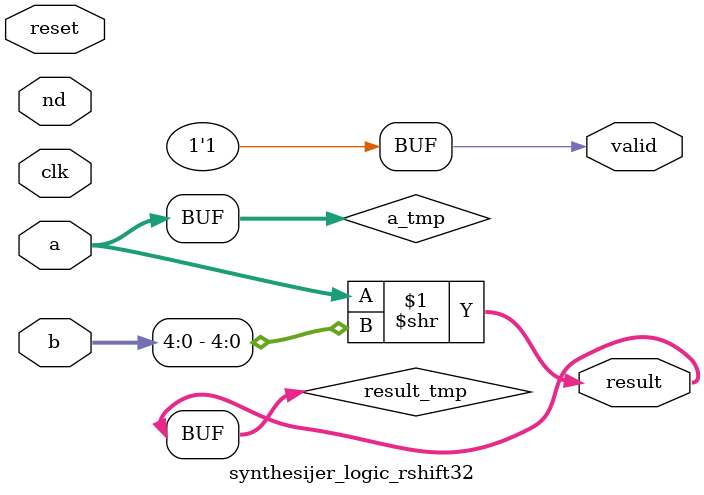
<source format=v>
`default_nettype none

module synthesijer_logic_rshift32
  (
   input wire 		     clk,
   input wire 		     reset,
   input wire signed [31:0]  a,
   input wire signed [31:0]  b,
   input wire 		     nd,
   output wire signed [31:0] result,
   output wire 		     valid
   );

//   wire unsigned [31:0] a_tmp;
//   wire unsigned [31:0] result_tmp;
   wire [31:0] a_tmp;
   wire [31:0] result_tmp;

   assign a_tmp = a;
   
   assign result_tmp = a_tmp >> b[4:0];
   
   assign result = result_tmp;
   assign valid = 1'b1;

endmodule // synthesijer_logic_rshift32

`default_nettype wire

</source>
